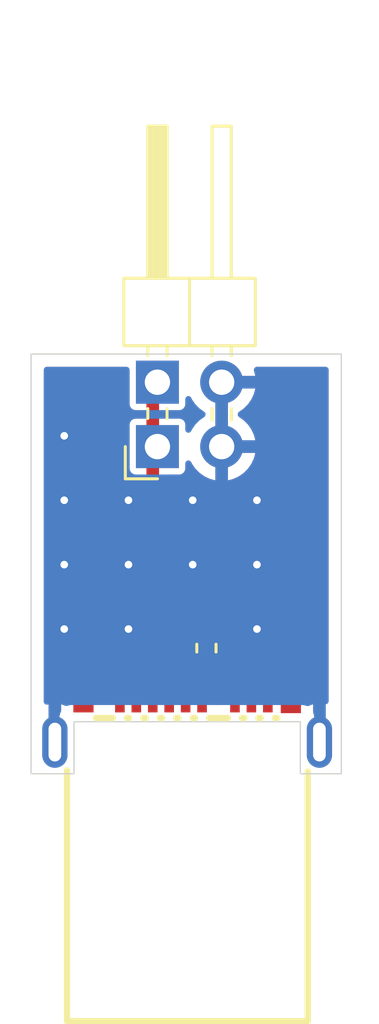
<source format=kicad_pcb>
(kicad_pcb (version 20240108) (generator "pcbnew") (generator_version "8.0")
  (layers (0 "F.Cu" signal) (31 "B.Cu" signal) (34 "B.Paste" user) (35 "F.Paste" user) (36 "B.SilkS" user "B.Silkscreen") (37 "F.SilkS" user "F.Silkscreen") (38 "B.Mask" user) (39 "F.Mask" user) (44 "Edge.Cuts" user))
  (net 0 "")
  (net 1 "GND")
  (net 2 "VBUS")
  (net 3 "Net-(USB1-CC1)")
  (net 4 "Net-(USB1-D+)")
  (footprint "Connector_PinHeader_2.54mm:PinHeader_2x02_P2.54mm_Horizontal" (layer "F.Cu") (at 151.225 85.65 90)
    (property "Reference" "J1" (hide yes))
    (property "Value" "Conn_02x02_Counter_Clockwise")
    (fp_line (start 6.64 -1.33) (end 3.98 -1.33) (stroke (width 0.12)) (layer "F.SilkS"))
    (fp_line (start 3.98 -1.33) (end 3.98 3.87) (stroke (width 0.12)) (layer "F.SilkS"))
    (fp_line (start -1.27 -1.27) (end 0 -1.27) (stroke (width 0.12)) (layer "F.SilkS"))
    (fp_line (start 12.64 -0.38) (end 12.64 0.38) (stroke (width 0.12)) (layer "F.SilkS"))
    (fp_line (start 6.64 -0.38) (end 12.64 -0.38) (stroke (width 0.12)) (layer "F.SilkS"))
    (fp_line (start 3.582929 -0.38) (end 3.98 -0.38) (stroke (width 0.12)) (layer "F.SilkS"))
    (fp_line (start 1.11 -0.38) (end 1.497071 -0.38) (stroke (width 0.12)) (layer "F.SilkS"))
    (fp_line (start 6.64 -0.32) (end 12.64 -0.32) (stroke (width 0.12)) (layer "F.SilkS"))
    (fp_line (start 6.64 -0.2) (end 12.64 -0.2) (stroke (width 0.12)) (layer "F.SilkS"))
    (fp_line (start 6.64 -0.08) (end 12.64 -0.08) (stroke (width 0.12)) (layer "F.SilkS"))
    (fp_line (start -1.27 0) (end -1.27 -1.27) (stroke (width 0.12)) (layer "F.SilkS"))
    (fp_line (start 6.64 0.04) (end 12.64 0.04) (stroke (width 0.12)) (layer "F.SilkS"))
    (fp_line (start 6.64 0.16) (end 12.64 0.16) (stroke (width 0.12)) (layer "F.SilkS"))
    (fp_line (start 6.64 0.28) (end 12.64 0.28) (stroke (width 0.12)) (layer "F.SilkS"))
    (fp_line (start 12.64 0.38) (end 6.64 0.38) (stroke (width 0.12)) (layer "F.SilkS"))
    (fp_line (start 3.582929 0.38) (end 3.98 0.38) (stroke (width 0.12)) (layer "F.SilkS"))
    (fp_line (start 1.11 0.38) (end 1.497071 0.38) (stroke (width 0.12)) (layer "F.SilkS"))
    (fp_line (start 3.98 1.27) (end 6.64 1.27) (stroke (width 0.12)) (layer "F.SilkS"))
    (fp_line (start 12.64 2.16) (end 12.64 2.92) (stroke (width 0.12)) (layer "F.SilkS"))
    (fp_line (start 6.64 2.16) (end 12.64 2.16) (stroke (width 0.12)) (layer "F.SilkS"))
    (fp_line (start 3.582929 2.16) (end 3.98 2.16) (stroke (width 0.12)) (layer "F.SilkS"))
    (fp_line (start 1.042929 2.16) (end 1.497071 2.16) (stroke (width 0.12)) (layer "F.SilkS"))
    (fp_line (start 12.64 2.92) (end 6.64 2.92) (stroke (width 0.12)) (layer "F.SilkS"))
    (fp_line (start 3.582929 2.92) (end 3.98 2.92) (stroke (width 0.12)) (layer "F.SilkS"))
    (fp_line (start 1.042929 2.92) (end 1.497071 2.92) (stroke (width 0.12)) (layer "F.SilkS"))
    (fp_line (start 6.64 3.87) (end 6.64 -1.33) (stroke (width 0.12)) (layer "F.SilkS"))
    (fp_line (start 3.98 3.87) (end 6.64 3.87) (stroke (width 0.12)) (layer "F.SilkS"))
    (pad "1" thru_hole rect (at 0 0 90) (size 1.7 1.7) (drill 1) (layers "*.Cu" "*.Mask") (net 2 "VBUS"))
    (pad "2" thru_hole rect (at 2.54 0 90) (size 1.7 1.7) (drill 1) (layers "*.Cu" "*.Mask") (net 2 "VBUS"))
    (pad "3" thru_hole oval (at 0 2.54 90) (size 1.7 1.7) (drill 1) (layers "*.Cu" "*.Mask") (net 1 "GND"))
    (pad "4" thru_hole oval (at 2.54 2.54 90) (size 1.7 1.7) (drill 1) (layers "*.Cu" "*.Mask") (net 1 "GND"))
  )
  (footprint "Resistor_SMD:R_0402_1005Metric" (layer "F.Cu") (at 153.162 93.597 90)
    (property "Reference" "R1" (hide yes))
    (property "Value" "5.1k")
    (fp_line (start -0.153641 -0.38) (end 0.153641 -0.38) (stroke (width 0.12)) (layer "F.SilkS"))
    (fp_line (start -0.153641 0.38) (end 0.153641 0.38) (stroke (width 0.12)) (layer "F.SilkS"))
    (pad "1" smd roundrect (at -0.51 0 90) (size 0.54 0.64) (layers "F.Cu" "F.Paste" "F.Mask") (net 3 "Net-(USB1-CC1)"))
    (pad "2" smd roundrect (at 0.51 0 90) (size 0.54 0.64) (layers "F.Cu" "F.Paste" "F.Mask") (net 2 "VBUS"))
  )
  (footprint "nareb1conn:USB-TYPE-C-SMD_GT-USB-8016A" (layer "F.Cu") (at 152.4 96.3825)
    (property "Reference" "USB1" (hide yes))
    (property "Value" "GT-USB-8016A")
    (fp_line (start -4.75 2.04) (end -4.75 11.93) (stroke (width 0.25)) (layer "F.SilkS"))
    (fp_line (start -4.75 11.93) (end 4.77 11.93) (stroke (width 0.25)) (layer "F.SilkS"))
    (fp_line (start -3.61 -0.03) (end -2.94 -0.03) (stroke (width 0.25)) (layer "F.SilkS"))
    (fp_line (start -2.38 -0.03) (end -2.29 -0.03) (stroke (width 0.25)) (layer "F.SilkS"))
    (fp_line (start -1.73 -0.03) (end -1.64 -0.03) (stroke (width 0.25)) (layer "F.SilkS"))
    (fp_line (start -1.08 -0.03) (end -0.99 -0.03) (stroke (width 0.25)) (layer "F.SilkS"))
    (fp_line (start -0.43 -0.03) (end -0.34 -0.03) (stroke (width 0.25)) (layer "F.SilkS"))
    (fp_line (start 0.22 -0.03) (end 0.31 -0.03) (stroke (width 0.25)) (layer "F.SilkS"))
    (fp_line (start 0.87 -0.03) (end 1.61 -0.03) (stroke (width 0.25)) (layer "F.SilkS"))
    (fp_line (start 2.17 -0.03) (end 2.26 -0.03) (stroke (width 0.25)) (layer "F.SilkS"))
    (fp_line (start 2.82 -0.03) (end 2.91 -0.03) (stroke (width 0.25)) (layer "F.SilkS"))
    (fp_line (start 3.47 -0.03) (end 3.56 -0.03) (stroke (width 0.25)) (layer "F.SilkS"))
    (fp_line (start 4.77 11.93) (end 4.77 2.08) (stroke (width 0.25)) (layer "F.SilkS"))
    (pad "1" smd rect (at -4.1 -0.92) (size 0.8 1.34) (layers "F.Cu" "F.Paste" "F.Mask") (net 1 "GND"))
    (pad "2" smd rect (at 4.1 -0.92) (size 0.8 1.4) (layers "F.Cu" "F.Paste" "F.Mask") (net 1 "GND"))
    (pad "3" thru_hole oval (at -5.23 0.92) (size 1 2.03) (drill oval 0.500024 1.529994) (layers "*.Cu" "*.Mask") (net 1 "GND"))
    (pad "4" thru_hole oval (at 5.23 0.92) (size 1 2.03) (drill oval 0.500024 1.530071) (layers "*.Cu" "*.Mask") (net 1 "GND"))
    (pad "A1" smd rect (at 3.19 -0.92) (size 0.38 1.34) (layers "F.Cu" "F.Paste" "F.Mask") (net 1 "GND"))
    (pad "A2" smd rect (at 2.54 -0.92) (size 0.38 1.34) (layers "F.Cu" "F.Paste" "F.Mask"))
    (pad "A3" smd rect (at 1.89 -0.92) (size 0.38 1.34) (layers "F.Cu" "F.Paste" "F.Mask"))
    (pad "A5" smd rect (at 0.59 -0.92) (size 0.38 1.34) (layers "F.Cu" "F.Paste" "F.Mask") (net 3 "Net-(USB1-CC1)"))
    (pad "A6" smd rect (at -0.06 -0.92) (size 0.38 1.34) (layers "F.Cu" "F.Paste" "F.Mask") (net 4 "Net-(USB1-D+)"))
    (pad "A7" smd rect (at -0.71 -0.92) (size 0.38 1.34) (layers "F.Cu" "F.Paste" "F.Mask") (net 4 "Net-(USB1-D+)"))
    (pad "A9" smd rect (at -1.36 -0.92) (size 0.38 1.34) (layers "F.Cu" "F.Paste" "F.Mask") (net 2 "VBUS"))
    (pad "B10" smd rect (at -2.66 -0.92) (size 0.38 1.34) (layers "F.Cu" "F.Paste" "F.Mask"))
    (pad "B11" smd rect (at -2.01 -0.92) (size 0.38 1.34) (layers "F.Cu" "F.Paste" "F.Mask"))
  )
  (gr_line (start 158.496 98.552) (end 158.496 82) (stroke (width 0.05)) (layer "Edge.Cuts"))
  (gr_line (start 147.925 96.5) (end 147.925 98.5549) (stroke (width 0.05)) (layer "Edge.Cuts"))
  (gr_line (start 146.2278 98.552) (end 146.2278 82) (stroke (width 0.05)) (layer "Edge.Cuts"))
  (gr_line (start 147.925 96.5) (end 156.875 96.5) (stroke (width 0.05)) (layer "Edge.Cuts"))
  (gr_line (start 158.5 82) (end 146.2278 82) (stroke (width 0.05)) (layer "Edge.Cuts"))
  (gr_line (start 147.925 98.552) (end 146.2278 98.552) (stroke (width 0.05)) (layer "Edge.Cuts"))
  (gr_line (start 156.875 96.5) (end 156.875 98.552) (stroke (width 0.05)) (layer "Edge.Cuts"))
  (gr_line (start 156.875 98.552) (end 158.496 98.552) (stroke (width 0.05)) (layer "Edge.Cuts"))
  (via (at 150.08 90.305) (size 0.6) (drill 0.3) (layers "F.Cu" "B.Cu") (net 1))
  (via (at 150.08 92.845) (size 0.6) (drill 0.3) (layers "F.Cu" "B.Cu") (net 1))
  (via (at 150.08 87.765) (size 0.6) (drill 0.3) (layers "F.Cu" "B.Cu") (net 1))
  (via (at 152.62 90.305) (size 0.6) (drill 0.3) (layers "F.Cu" "B.Cu") (net 1))
  (via (at 147.54 90.305) (size 0.6) (drill 0.3) (layers "F.Cu" "B.Cu") (net 1))
  (via (at 152.62 87.765) (size 0.6) (drill 0.3) (layers "F.Cu" "B.Cu") (net 1))
  (via (at 155.16 92.845) (size 0.6) (drill 0.3) (layers "F.Cu" "B.Cu") (net 1))
  (via (at 147.54 85.225) (size 0.6) (drill 0.3) (layers "F.Cu" "B.Cu") (net 1))
  (via (at 155.16 87.765) (size 0.6) (drill 0.3) (layers "F.Cu" "B.Cu") (net 1))
  (via (at 147.54 87.765) (size 0.6) (drill 0.3) (layers "F.Cu" "B.Cu") (net 1))
  (via (at 155.16 90.305) (size 0.6) (drill 0.3) (layers "F.Cu" "B.Cu") (net 1))
  (via (at 147.54 92.845) (size 0.6) (drill 0.3) (layers "F.Cu" "B.Cu") (net 1))
  (segment (start 152.413 93.087) (end 151.04 94.46) (width 0.5) (layer "F.Cu") (net 2))
  (segment (start 151.04 83.295) (end 151.225 83.11) (width 0.5) (layer "F.Cu") (net 2))
  (segment (start 151.04 95.4625) (end 151.04 83.295) (width 0.5) (layer "F.Cu") (net 2))
  (segment (start 151.04 94.46) (end 151.04 95.4625) (width 0.5) (layer "F.Cu") (net 2))
  (segment (start 153.162 93.087) (end 152.413 93.087) (width 0.5) (layer "F.Cu") (net 2))
  (segment (start 152.99 94.279) (end 153.162 94.107) (width 0.3) (layer "F.Cu") (net 3))
  (segment (start 152.99 95.4625) (end 152.99 94.279) (width 0.3) (layer "F.Cu") (net 3))
  (segment (start 152.34 95.4625) (end 151.69 95.4625) (width 0.3) (layer "F.Cu") (net 4))
  (zone (net 1) (net_name "GND") (layers "F&B.Cu") (connect_pads (clearance 0.25)) (min_thickness 0.25) (fill yes (thermal_gap 0.5) (thermal_bridge_width 0.5))
    (polygon (pts (xy 145 80) (xy 160 80) (xy 160 100) (xy 145 100)))
  )
)
</source>
